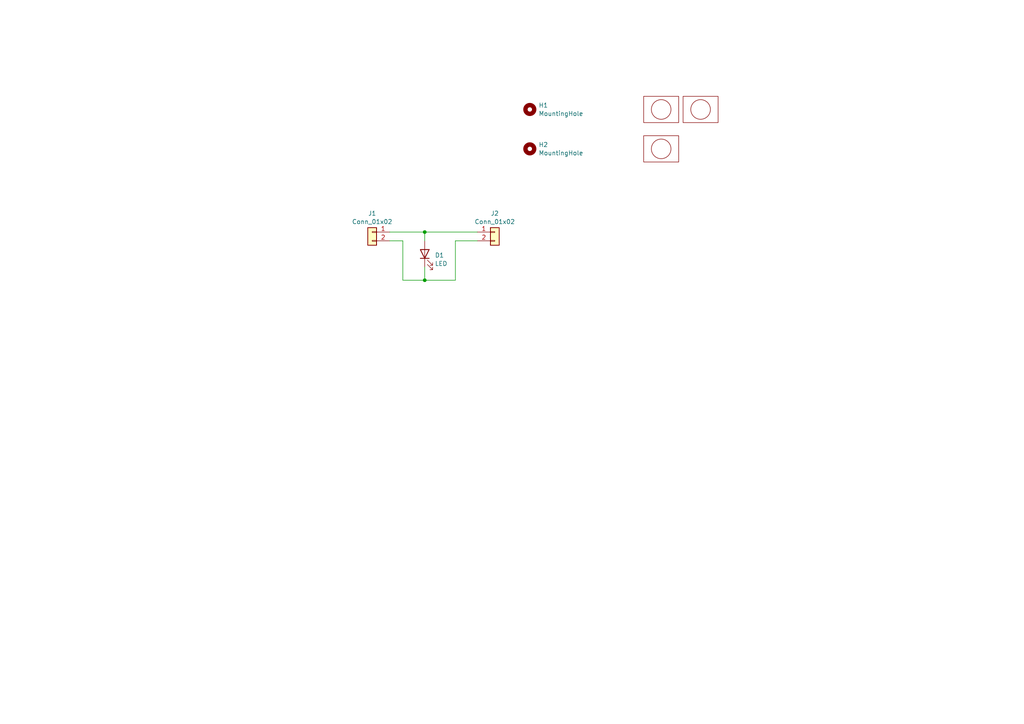
<source format=kicad_sch>
(kicad_sch
	(version 20231120)
	(generator "eeschema")
	(generator_version "8.0")
	(uuid "6a669bd6-295a-402f-b748-e99cebc45397")
	(paper "A4")
	(title_block
		(title "Light Chain LED Module")
		(rev "1.0")
	)
	(lib_symbols
		(symbol "Connector_Generic:Conn_01x02"
			(pin_names
				(offset 1.016) hide)
			(exclude_from_sim no)
			(in_bom yes)
			(on_board yes)
			(property "Reference" "J"
				(at 0 2.54 0)
				(effects
					(font
						(size 1.27 1.27)
					)
				)
			)
			(property "Value" "Conn_01x02"
				(at 0 -5.08 0)
				(effects
					(font
						(size 1.27 1.27)
					)
				)
			)
			(property "Footprint" ""
				(at 0 0 0)
				(effects
					(font
						(size 1.27 1.27)
					)
					(hide yes)
				)
			)
			(property "Datasheet" "~"
				(at 0 0 0)
				(effects
					(font
						(size 1.27 1.27)
					)
					(hide yes)
				)
			)
			(property "Description" "Generic connector, single row, 01x02, script generated (kicad-library-utils/schlib/autogen/connector/)"
				(at 0 0 0)
				(effects
					(font
						(size 1.27 1.27)
					)
					(hide yes)
				)
			)
			(property "ki_keywords" "connector"
				(at 0 0 0)
				(effects
					(font
						(size 1.27 1.27)
					)
					(hide yes)
				)
			)
			(property "ki_fp_filters" "Connector*:*_1x??_*"
				(at 0 0 0)
				(effects
					(font
						(size 1.27 1.27)
					)
					(hide yes)
				)
			)
			(symbol "Conn_01x02_1_1"
				(rectangle
					(start -1.27 -2.413)
					(end 0 -2.667)
					(stroke
						(width 0.1524)
						(type default)
					)
					(fill
						(type none)
					)
				)
				(rectangle
					(start -1.27 0.127)
					(end 0 -0.127)
					(stroke
						(width 0.1524)
						(type default)
					)
					(fill
						(type none)
					)
				)
				(rectangle
					(start -1.27 1.27)
					(end 1.27 -3.81)
					(stroke
						(width 0.254)
						(type default)
					)
					(fill
						(type background)
					)
				)
				(pin passive line
					(at -5.08 0 0)
					(length 3.81)
					(name "Pin_1"
						(effects
							(font
								(size 1.27 1.27)
							)
						)
					)
					(number "1"
						(effects
							(font
								(size 1.27 1.27)
							)
						)
					)
				)
				(pin passive line
					(at -5.08 -2.54 0)
					(length 3.81)
					(name "Pin_2"
						(effects
							(font
								(size 1.27 1.27)
							)
						)
					)
					(number "2"
						(effects
							(font
								(size 1.27 1.27)
							)
						)
					)
				)
			)
		)
		(symbol "Device:LED"
			(pin_numbers hide)
			(pin_names
				(offset 1.016) hide)
			(exclude_from_sim no)
			(in_bom yes)
			(on_board yes)
			(property "Reference" "D"
				(at 0 2.54 0)
				(effects
					(font
						(size 1.27 1.27)
					)
				)
			)
			(property "Value" "LED"
				(at 0 -2.54 0)
				(effects
					(font
						(size 1.27 1.27)
					)
				)
			)
			(property "Footprint" ""
				(at 0 0 0)
				(effects
					(font
						(size 1.27 1.27)
					)
					(hide yes)
				)
			)
			(property "Datasheet" "~"
				(at 0 0 0)
				(effects
					(font
						(size 1.27 1.27)
					)
					(hide yes)
				)
			)
			(property "Description" "Light emitting diode"
				(at 0 0 0)
				(effects
					(font
						(size 1.27 1.27)
					)
					(hide yes)
				)
			)
			(property "ki_keywords" "LED diode"
				(at 0 0 0)
				(effects
					(font
						(size 1.27 1.27)
					)
					(hide yes)
				)
			)
			(property "ki_fp_filters" "LED* LED_SMD:* LED_THT:*"
				(at 0 0 0)
				(effects
					(font
						(size 1.27 1.27)
					)
					(hide yes)
				)
			)
			(symbol "LED_0_1"
				(polyline
					(pts
						(xy -1.27 -1.27) (xy -1.27 1.27)
					)
					(stroke
						(width 0.254)
						(type default)
					)
					(fill
						(type none)
					)
				)
				(polyline
					(pts
						(xy -1.27 0) (xy 1.27 0)
					)
					(stroke
						(width 0)
						(type default)
					)
					(fill
						(type none)
					)
				)
				(polyline
					(pts
						(xy 1.27 -1.27) (xy 1.27 1.27) (xy -1.27 0) (xy 1.27 -1.27)
					)
					(stroke
						(width 0.254)
						(type default)
					)
					(fill
						(type none)
					)
				)
				(polyline
					(pts
						(xy -3.048 -0.762) (xy -4.572 -2.286) (xy -3.81 -2.286) (xy -4.572 -2.286) (xy -4.572 -1.524)
					)
					(stroke
						(width 0)
						(type default)
					)
					(fill
						(type none)
					)
				)
				(polyline
					(pts
						(xy -1.778 -0.762) (xy -3.302 -2.286) (xy -2.54 -2.286) (xy -3.302 -2.286) (xy -3.302 -1.524)
					)
					(stroke
						(width 0)
						(type default)
					)
					(fill
						(type none)
					)
				)
			)
			(symbol "LED_1_1"
				(pin passive line
					(at -3.81 0 0)
					(length 2.54)
					(name "K"
						(effects
							(font
								(size 1.27 1.27)
							)
						)
					)
					(number "1"
						(effects
							(font
								(size 1.27 1.27)
							)
						)
					)
				)
				(pin passive line
					(at 3.81 0 180)
					(length 2.54)
					(name "A"
						(effects
							(font
								(size 1.27 1.27)
							)
						)
					)
					(number "2"
						(effects
							(font
								(size 1.27 1.27)
							)
						)
					)
				)
			)
		)
		(symbol "Mechanical:MountingHole"
			(pin_names
				(offset 1.016)
			)
			(exclude_from_sim yes)
			(in_bom no)
			(on_board yes)
			(property "Reference" "H"
				(at 0 5.08 0)
				(effects
					(font
						(size 1.27 1.27)
					)
				)
			)
			(property "Value" "MountingHole"
				(at 0 3.175 0)
				(effects
					(font
						(size 1.27 1.27)
					)
				)
			)
			(property "Footprint" ""
				(at 0 0 0)
				(effects
					(font
						(size 1.27 1.27)
					)
					(hide yes)
				)
			)
			(property "Datasheet" "~"
				(at 0 0 0)
				(effects
					(font
						(size 1.27 1.27)
					)
					(hide yes)
				)
			)
			(property "Description" "Mounting Hole without connection"
				(at 0 0 0)
				(effects
					(font
						(size 1.27 1.27)
					)
					(hide yes)
				)
			)
			(property "ki_keywords" "mounting hole"
				(at 0 0 0)
				(effects
					(font
						(size 1.27 1.27)
					)
					(hide yes)
				)
			)
			(property "ki_fp_filters" "MountingHole*"
				(at 0 0 0)
				(effects
					(font
						(size 1.27 1.27)
					)
					(hide yes)
				)
			)
			(symbol "MountingHole_0_1"
				(circle
					(center 0 0)
					(radius 1.27)
					(stroke
						(width 1.27)
						(type default)
					)
					(fill
						(type none)
					)
				)
			)
		)
		(symbol "mech:logo"
			(pin_names
				(offset 1.016)
			)
			(exclude_from_sim no)
			(in_bom yes)
			(on_board yes)
			(property "Reference" "Lg"
				(at 0 0 0)
				(effects
					(font
						(size 1.27 1.27)
					)
					(hide yes)
				)
			)
			(property "Value" "logo"
				(at 0 -1.27 0)
				(effects
					(font
						(size 1.27 1.27)
					)
					(hide yes)
				)
			)
			(property "Footprint" ""
				(at 0 0 0)
				(effects
					(font
						(size 1.27 1.27)
					)
					(hide yes)
				)
			)
			(property "Datasheet" ""
				(at 0 0 0)
				(effects
					(font
						(size 1.27 1.27)
					)
					(hide yes)
				)
			)
			(property "Description" ""
				(at 0 0 0)
				(effects
					(font
						(size 1.27 1.27)
					)
					(hide yes)
				)
			)
			(symbol "logo_0_1"
				(rectangle
					(start -5.08 3.81)
					(end 5.08 -3.81)
					(stroke
						(width 0)
						(type solid)
					)
					(fill
						(type none)
					)
				)
				(circle
					(center 0 0)
					(radius 2.8448)
					(stroke
						(width 0)
						(type solid)
					)
					(fill
						(type none)
					)
				)
			)
		)
	)
	(junction
		(at 123.19 81.28)
		(diameter 0)
		(color 0 0 0 0)
		(uuid "3b98bbb8-e4e4-4c68-bec0-5ee1149cf75f")
	)
	(junction
		(at 123.19 67.31)
		(diameter 0)
		(color 0 0 0 0)
		(uuid "682e6b92-06b2-4979-8257-e55af4a2207d")
	)
	(wire
		(pts
			(xy 123.19 67.31) (xy 138.43 67.31)
		)
		(stroke
			(width 0)
			(type default)
		)
		(uuid "48d5a252-2feb-4565-bbc6-e30e79dde420")
	)
	(wire
		(pts
			(xy 116.84 69.85) (xy 116.84 81.28)
		)
		(stroke
			(width 0)
			(type default)
		)
		(uuid "4b6efbe9-55a3-40a4-b466-b75d91402099")
	)
	(wire
		(pts
			(xy 132.08 69.85) (xy 132.08 81.28)
		)
		(stroke
			(width 0)
			(type default)
		)
		(uuid "4f4fcf62-9adc-4cc8-928f-a212eed642ac")
	)
	(wire
		(pts
			(xy 116.84 81.28) (xy 123.19 81.28)
		)
		(stroke
			(width 0)
			(type default)
		)
		(uuid "61ad4527-96a6-450b-9e53-40d4b391ceaa")
	)
	(wire
		(pts
			(xy 123.19 67.31) (xy 123.19 69.85)
		)
		(stroke
			(width 0)
			(type default)
		)
		(uuid "93924028-47fb-4539-be93-78f977f655ca")
	)
	(wire
		(pts
			(xy 138.43 69.85) (xy 132.08 69.85)
		)
		(stroke
			(width 0)
			(type default)
		)
		(uuid "9894576f-01dc-42ca-9a92-6252bdcd793c")
	)
	(wire
		(pts
			(xy 113.03 69.85) (xy 116.84 69.85)
		)
		(stroke
			(width 0)
			(type default)
		)
		(uuid "aba6d574-1f95-4e4b-ad1a-023c69cefb50")
	)
	(wire
		(pts
			(xy 123.19 77.47) (xy 123.19 81.28)
		)
		(stroke
			(width 0)
			(type default)
		)
		(uuid "b18047be-e9a7-4a2f-b481-2e024c3554e1")
	)
	(wire
		(pts
			(xy 132.08 81.28) (xy 123.19 81.28)
		)
		(stroke
			(width 0)
			(type default)
		)
		(uuid "d4670073-e1db-4375-adf6-457c3fe2185b")
	)
	(wire
		(pts
			(xy 113.03 67.31) (xy 123.19 67.31)
		)
		(stroke
			(width 0)
			(type default)
		)
		(uuid "ec1b2f24-4133-4c39-9512-e9edb567db90")
	)
	(symbol
		(lib_id "mech:logo")
		(at 191.77 43.18 0)
		(unit 1)
		(exclude_from_sim no)
		(in_bom yes)
		(on_board yes)
		(dnp no)
		(fields_autoplaced yes)
		(uuid "0ae35d73-8fdd-4ad8-8e7c-5e8fa36336a7")
		(property "Reference" "Lg2"
			(at 191.77 43.18 0)
			(effects
				(font
					(size 1.27 1.27)
				)
				(hide yes)
			)
		)
		(property "Value" "logo"
			(at 191.77 44.45 0)
			(effects
				(font
					(size 1.27 1.27)
				)
				(hide yes)
			)
		)
		(property "Footprint" "Symbol:KiCad-Logo2_5mm_SilkScreen"
			(at 191.77 43.18 0)
			(effects
				(font
					(size 1.27 1.27)
				)
				(hide yes)
			)
		)
		(property "Datasheet" ""
			(at 191.77 43.18 0)
			(effects
				(font
					(size 1.27 1.27)
				)
				(hide yes)
			)
		)
		(property "Description" ""
			(at 191.77 43.18 0)
			(effects
				(font
					(size 1.27 1.27)
				)
				(hide yes)
			)
		)
		(instances
			(project "LEDModule"
				(path "/6a669bd6-295a-402f-b748-e99cebc45397"
					(reference "Lg2")
					(unit 1)
				)
			)
		)
	)
	(symbol
		(lib_id "Mechanical:MountingHole")
		(at 153.67 43.18 0)
		(unit 1)
		(exclude_from_sim yes)
		(in_bom no)
		(on_board yes)
		(dnp no)
		(fields_autoplaced yes)
		(uuid "4cc6a6ed-c9dc-4f0e-b3b7-191c4912fb36")
		(property "Reference" "H2"
			(at 156.21 41.9678 0)
			(effects
				(font
					(size 1.27 1.27)
				)
				(justify left)
			)
		)
		(property "Value" "MountingHole"
			(at 156.21 44.3921 0)
			(effects
				(font
					(size 1.27 1.27)
				)
				(justify left)
			)
		)
		(property "Footprint" "MountingHole:MountingHole_2.7mm_M2.5"
			(at 153.67 43.18 0)
			(effects
				(font
					(size 1.27 1.27)
				)
				(hide yes)
			)
		)
		(property "Datasheet" "~"
			(at 153.67 43.18 0)
			(effects
				(font
					(size 1.27 1.27)
				)
				(hide yes)
			)
		)
		(property "Description" "Mounting Hole without connection"
			(at 153.67 43.18 0)
			(effects
				(font
					(size 1.27 1.27)
				)
				(hide yes)
			)
		)
		(property "MPN" ""
			(at 153.67 43.18 0)
			(effects
				(font
					(size 1.27 1.27)
				)
				(hide yes)
			)
		)
		(property "Link" ""
			(at 153.67 43.18 0)
			(effects
				(font
					(size 1.27 1.27)
				)
				(hide yes)
			)
		)
		(property "Comp_Name" ""
			(at 153.67 43.18 0)
			(effects
				(font
					(size 1.27 1.27)
				)
			)
		)
		(instances
			(project "LEDModule"
				(path "/6a669bd6-295a-402f-b748-e99cebc45397"
					(reference "H2")
					(unit 1)
				)
			)
		)
	)
	(symbol
		(lib_id "Mechanical:MountingHole")
		(at 153.67 31.75 0)
		(unit 1)
		(exclude_from_sim yes)
		(in_bom no)
		(on_board yes)
		(dnp no)
		(fields_autoplaced yes)
		(uuid "4f76b0fe-bd36-4181-933c-46e8e50793f8")
		(property "Reference" "H1"
			(at 156.21 30.5378 0)
			(effects
				(font
					(size 1.27 1.27)
				)
				(justify left)
			)
		)
		(property "Value" "MountingHole"
			(at 156.21 32.9621 0)
			(effects
				(font
					(size 1.27 1.27)
				)
				(justify left)
			)
		)
		(property "Footprint" "MountingHole:MountingHole_2.7mm_M2.5"
			(at 153.67 31.75 0)
			(effects
				(font
					(size 1.27 1.27)
				)
				(hide yes)
			)
		)
		(property "Datasheet" "~"
			(at 153.67 31.75 0)
			(effects
				(font
					(size 1.27 1.27)
				)
				(hide yes)
			)
		)
		(property "Description" "Mounting Hole without connection"
			(at 153.67 31.75 0)
			(effects
				(font
					(size 1.27 1.27)
				)
				(hide yes)
			)
		)
		(property "MPN" ""
			(at 153.67 31.75 0)
			(effects
				(font
					(size 1.27 1.27)
				)
				(hide yes)
			)
		)
		(property "Link" ""
			(at 153.67 31.75 0)
			(effects
				(font
					(size 1.27 1.27)
				)
				(hide yes)
			)
		)
		(property "Comp_Name" ""
			(at 153.67 31.75 0)
			(effects
				(font
					(size 1.27 1.27)
				)
			)
		)
		(instances
			(project "LEDModule"
				(path "/6a669bd6-295a-402f-b748-e99cebc45397"
					(reference "H1")
					(unit 1)
				)
			)
		)
	)
	(symbol
		(lib_id "mech:logo")
		(at 203.2 31.75 0)
		(unit 1)
		(exclude_from_sim no)
		(in_bom yes)
		(on_board yes)
		(dnp no)
		(fields_autoplaced yes)
		(uuid "8faaa390-68e1-4155-9697-e9d33cd12d83")
		(property "Reference" "Lg3"
			(at 203.2 31.75 0)
			(effects
				(font
					(size 1.27 1.27)
				)
				(hide yes)
			)
		)
		(property "Value" "logo"
			(at 203.2 33.02 0)
			(effects
				(font
					(size 1.27 1.27)
				)
				(hide yes)
			)
		)
		(property "Footprint" "mech:MyBasic_rounded_50_1"
			(at 203.2 31.75 0)
			(effects
				(font
					(size 1.27 1.27)
				)
				(hide yes)
			)
		)
		(property "Datasheet" ""
			(at 203.2 31.75 0)
			(effects
				(font
					(size 1.27 1.27)
				)
				(hide yes)
			)
		)
		(property "Description" ""
			(at 203.2 31.75 0)
			(effects
				(font
					(size 1.27 1.27)
				)
				(hide yes)
			)
		)
		(instances
			(project "LEDModule"
				(path "/6a669bd6-295a-402f-b748-e99cebc45397"
					(reference "Lg3")
					(unit 1)
				)
			)
		)
	)
	(symbol
		(lib_id "Connector_Generic:Conn_01x02")
		(at 107.95 67.31 0)
		(mirror y)
		(unit 1)
		(exclude_from_sim no)
		(in_bom yes)
		(on_board yes)
		(dnp no)
		(fields_autoplaced yes)
		(uuid "90a84ca6-5154-4d48-8de8-b6c7191a024c")
		(property "Reference" "J1"
			(at 107.95 61.8955 0)
			(effects
				(font
					(size 1.27 1.27)
				)
			)
		)
		(property "Value" "Conn_01x02"
			(at 107.95 64.3198 0)
			(effects
				(font
					(size 1.27 1.27)
				)
			)
		)
		(property "Footprint" "LEDModule:Molex_SPOX_5268-02A_1x02_P2.50mm_Horizontal"
			(at 107.95 67.31 0)
			(effects
				(font
					(size 1.27 1.27)
				)
				(hide yes)
			)
		)
		(property "Datasheet" "~"
			(at 107.95 67.31 0)
			(effects
				(font
					(size 1.27 1.27)
				)
				(hide yes)
			)
		)
		(property "Description" "Generic connector, single row, 01x02, script generated (kicad-library-utils/schlib/autogen/connector/)"
			(at 107.95 67.31 0)
			(effects
				(font
					(size 1.27 1.27)
				)
				(hide yes)
			)
		)
		(property "MPN" "5268-02A / 2205-7025"
			(at 107.95 67.31 0)
			(effects
				(font
					(size 1.27 1.27)
				)
				(hide yes)
			)
		)
		(pin "2"
			(uuid "1d372642-6056-4f08-8fb8-f798a1864d0d")
		)
		(pin "1"
			(uuid "c68bb5c8-1bce-4a68-947d-2e9a5e4ba766")
		)
		(instances
			(project "LEDModule"
				(path "/6a669bd6-295a-402f-b748-e99cebc45397"
					(reference "J1")
					(unit 1)
				)
			)
		)
	)
	(symbol
		(lib_id "Connector_Generic:Conn_01x02")
		(at 143.51 67.31 0)
		(unit 1)
		(exclude_from_sim no)
		(in_bom yes)
		(on_board yes)
		(dnp no)
		(uuid "b77785fd-66e8-4c0f-8660-3266f7040a62")
		(property "Reference" "J2"
			(at 143.51 61.8955 0)
			(effects
				(font
					(size 1.27 1.27)
				)
			)
		)
		(property "Value" "Conn_01x02"
			(at 143.51 64.3198 0)
			(effects
				(font
					(size 1.27 1.27)
				)
			)
		)
		(property "Footprint" "LEDModule:Molex_SPOX_5268-02A_1x02_P2.50mm_Horizontal"
			(at 143.51 67.31 0)
			(effects
				(font
					(size 1.27 1.27)
				)
				(hide yes)
			)
		)
		(property "Datasheet" "~"
			(at 143.51 67.31 0)
			(effects
				(font
					(size 1.27 1.27)
				)
				(hide yes)
			)
		)
		(property "Description" "Generic connector, single row, 01x02, script generated (kicad-library-utils/schlib/autogen/connector/)"
			(at 143.51 67.31 0)
			(effects
				(font
					(size 1.27 1.27)
				)
				(hide yes)
			)
		)
		(property "MPN" "5268-02A / 2205-7025"
			(at 143.51 67.31 0)
			(effects
				(font
					(size 1.27 1.27)
				)
				(hide yes)
			)
		)
		(pin "2"
			(uuid "a6fcca9a-6bad-4860-bc1f-fc685c8b86f6")
		)
		(pin "1"
			(uuid "0a183d34-af14-4740-b75a-ca59b7a87716")
		)
		(instances
			(project "LEDModule"
				(path "/6a669bd6-295a-402f-b748-e99cebc45397"
					(reference "J2")
					(unit 1)
				)
			)
		)
	)
	(symbol
		(lib_id "Device:LED")
		(at 123.19 73.66 90)
		(unit 1)
		(exclude_from_sim no)
		(in_bom yes)
		(on_board yes)
		(dnp no)
		(fields_autoplaced yes)
		(uuid "e7cef4c4-4330-494c-a85c-eab4d402d8f2")
		(property "Reference" "D1"
			(at 126.111 74.0353 90)
			(effects
				(font
					(size 1.27 1.27)
				)
				(justify right)
			)
		)
		(property "Value" "LED"
			(at 126.111 76.4596 90)
			(effects
				(font
					(size 1.27 1.27)
				)
				(justify right)
			)
		)
		(property "Footprint" "LED_THT:LED_D10.0mm"
			(at 123.19 73.66 0)
			(effects
				(font
					(size 1.27 1.27)
				)
				(hide yes)
			)
		)
		(property "Datasheet" "~"
			(at 123.19 73.66 0)
			(effects
				(font
					(size 1.27 1.27)
				)
				(hide yes)
			)
		)
		(property "Description" "Light emitting diode"
			(at 123.19 73.66 0)
			(effects
				(font
					(size 1.27 1.27)
				)
				(hide yes)
			)
		)
		(property "MPN" "10003R1C-CSA-A"
			(at 123.19 73.66 0)
			(effects
				(font
					(size 1.27 1.27)
				)
				(hide yes)
			)
		)
		(pin "1"
			(uuid "566a65b8-9301-4151-9c71-75d310612b7b")
		)
		(pin "2"
			(uuid "e5342669-7dae-4a75-b2f6-4d4b8437c481")
		)
		(instances
			(project "LEDModule"
				(path "/6a669bd6-295a-402f-b748-e99cebc45397"
					(reference "D1")
					(unit 1)
				)
			)
		)
	)
	(symbol
		(lib_id "mech:logo")
		(at 191.77 31.75 0)
		(unit 1)
		(exclude_from_sim no)
		(in_bom yes)
		(on_board yes)
		(dnp no)
		(fields_autoplaced yes)
		(uuid "f5d165c5-94be-4d89-82a8-72ba3bf07459")
		(property "Reference" "Lg1"
			(at 191.77 31.75 0)
			(effects
				(font
					(size 1.27 1.27)
				)
				(hide yes)
			)
		)
		(property "Value" "logo"
			(at 191.77 33.02 0)
			(effects
				(font
					(size 1.27 1.27)
				)
				(hide yes)
			)
		)
		(property "Footprint" "mech:MyBasic_rounded_50_1"
			(at 191.77 31.75 0)
			(effects
				(font
					(size 1.27 1.27)
				)
				(hide yes)
			)
		)
		(property "Datasheet" ""
			(at 191.77 31.75 0)
			(effects
				(font
					(size 1.27 1.27)
				)
				(hide yes)
			)
		)
		(property "Description" ""
			(at 191.77 31.75 0)
			(effects
				(font
					(size 1.27 1.27)
				)
				(hide yes)
			)
		)
		(instances
			(project "LEDModule"
				(path "/6a669bd6-295a-402f-b748-e99cebc45397"
					(reference "Lg1")
					(unit 1)
				)
			)
		)
	)
	(sheet_instances
		(path "/"
			(page "1")
		)
	)
)
</source>
